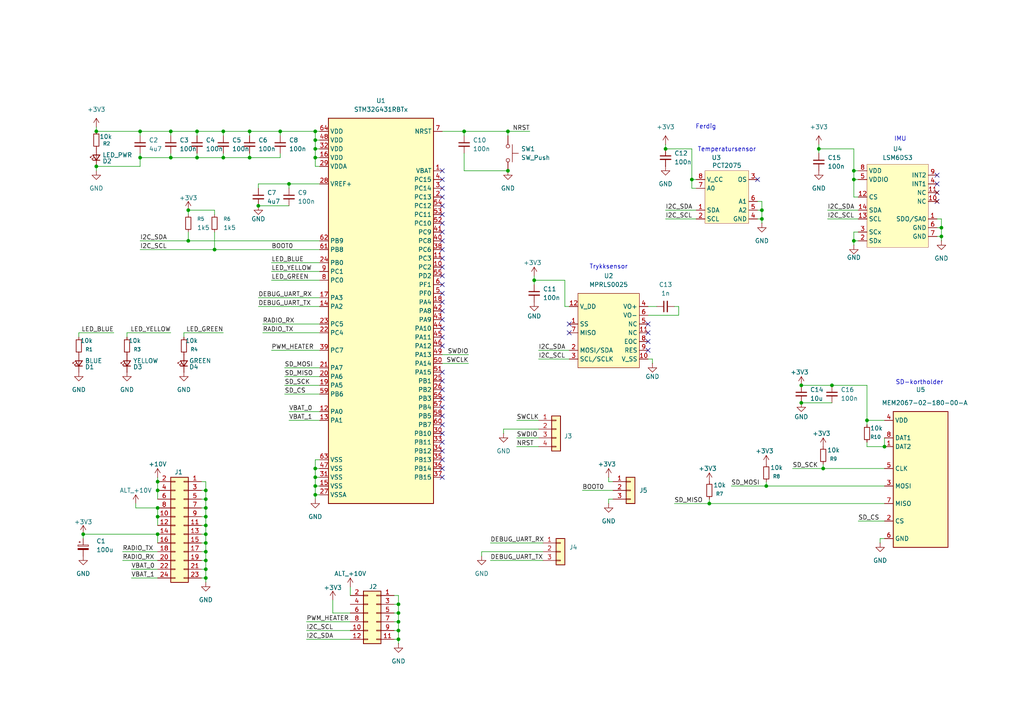
<source format=kicad_sch>
(kicad_sch (version 20250114) (generator "eeschema") (generator_version "9.0")
  (paper "A4")
  (title_block (title "so_26_obc_pcb") (date "2026-01-28") (rev "1") (company "Regine Angermo Birkely"))
  (lib_symbols
    (symbol "Connector_Generic:Conn_01x03" (pin_names (offset 1.016) (hide yes))
      (property "Reference" "J" (at 0 5.08 0))
      (property "Value" "Conn_01x03" (at 0 -5.08 0))
      (symbol "Conn_01x03_1_1"
        (pin passive line (at -5.08 2.54 0) (length 3.81) (name "Pin_1") (number "1"))
        (pin passive line (at -5.08 0 0) (length 3.81) (name "Pin_2") (number "2"))
        (pin passive line (at -5.08 -2.54 0) (length 3.81) (name "Pin_3") (number "3"))
      )
    )
    (symbol "Connector_Generic:Conn_01x04" (pin_names (offset 1.016) (hide yes))
      (property "Reference" "J" (at 0 5.08 0))
      (property "Value" "Conn_01x04" (at 0 -7.62 0))
      (symbol "Conn_01x04_1_1"
        (pin passive line (at -5.08 2.54 0) (length 3.81) (name "Pin_1") (number "1"))
        (pin passive line (at -5.08 0 0) (length 3.81) (name "Pin_2") (number "2"))
        (pin passive line (at -5.08 -2.54 0) (length 3.81) (name "Pin_3") (number "3"))
        (pin passive line (at -5.08 -5.08 0) (length 3.81) (name "Pin_4") (number "4"))
      )
    )
    (symbol "Connector_Generic:Conn_02x06_Odd_Even" (pin_names (offset 1.016) (hide yes))
      (property "Reference" "J" (at 1.27 7.62 0))
      (property "Value" "Conn_02x06_Odd_Even" (at 1.27 -10.16 0))
      (symbol "Conn_02x06_Odd_Even_1_1"
        (pin passive line (at -5.08 5.08 0) (length 3.81) (name "Pin_1") (number "1"))
        (pin passive line (at -5.08 2.54 0) (length 3.81) (name "Pin_3") (number "3"))
        (pin passive line (at -5.08 0 0) (length 3.81) (name "Pin_5") (number "5"))
        (pin passive line (at -5.08 -2.54 0) (length 3.81) (name "Pin_7") (number "7"))
        (pin passive line (at -5.08 -5.08 0) (length 3.81) (name "Pin_9") (number "9"))
        (pin passive line (at -5.08 -7.62 0) (length 3.81) (name "Pin_11") (number "11"))
        (pin passive line (at 7.62 5.08 180) (length 3.81) (name "Pin_2") (number "2"))
        (pin passive line (at 7.62 2.54 180) (length 3.81) (name "Pin_4") (number "4"))
        (pin passive line (at 7.62 0 180) (length 3.81) (name "Pin_6") (number "6"))
        (pin passive line (at 7.62 -2.54 180) (length 3.81) (name "Pin_8") (number "8"))
        (pin passive line (at 7.62 -5.08 180) (length 3.81) (name "Pin_10") (number "10"))
        (pin passive line (at 7.62 -7.62 180) (length 3.81) (name "Pin_12") (number "12"))
      )
    )
    (symbol "Connector_Generic:Conn_02x12_Odd_Even" (pin_names (offset 1.016) (hide yes))
      (property "Reference" "J" (at 1.27 15.24 0))
      (property "Value" "Conn_02x12_Odd_Even" (at 1.27 -17.78 0))
      (symbol "Conn_02x12_Odd_Even_1_1"
        (pin passive line (at -5.08 12.7 0) (length 3.81) (name "Pin_1") (number "1"))
        (pin passive line (at -5.08 10.16 0) (length 3.81) (name "Pin_3") (number "3"))
        (pin passive line (at -5.08 7.62 0) (length 3.81) (name "Pin_5") (number "5"))
        (pin passive line (at -5.08 5.08 0) (length 3.81) (name "Pin_7") (number "7"))
        (pin passive line (at -5.08 2.54 0) (length 3.81) (name "Pin_9") (number "9"))
        (pin passive line (at -5.08 0 0) (length 3.81) (name "Pin_11") (number "11"))
        (pin passive line (at -5.08 -2.54 0) (length 3.81) (name "Pin_13") (number "13"))
        (pin passive line (at -5.08 -5.08 0) (length 3.81) (name "Pin_15") (number "15"))
        (pin passive line (at -5.08 -7.62 0) (length 3.81) (name "Pin_17") (number "17"))
        (pin passive line (at -5.08 -10.16 0) (length 3.81) (name "Pin_19") (number "19"))
        (pin passive line (at -5.08 -12.7 0) (length 3.81) (name "Pin_21") (number "21"))
        (pin passive line (at -5.08 -15.24 0) (length 3.81) (name "Pin_23") (number "23"))
        (pin passive line (at 7.62 12.7 180) (length 3.81) (name "Pin_2") (number "2"))
        (pin passive line (at 7.62 10.16 180) (length 3.81) (name "Pin_4") (number "4"))
        (pin passive line (at 7.62 7.62 180) (length 3.81) (name "Pin_6") (number "6"))
        (pin passive line (at 7.62 5.08 180) (length 3.81) (name "Pin_8") (number "8"))
        (pin passive line (at 7.62 2.54 180) (length 3.81) (name "Pin_10") (number "10"))
        (pin passive line (at 7.62 0 180) (length 3.81) (name "Pin_12") (number "12"))
        (pin passive line (at 7.62 -2.54 180) (length 3.81) (name "Pin_14") (number "14"))
        (pin passive line (at 7.62 -5.08 180) (length 3.81) (name "Pin_16") (number "16"))
        (pin passive line (at 7.62 -7.62 180) (length 3.81) (name "Pin_18") (number "18"))
        (pin passive line (at 7.62 -10.16 180) (length 3.81) (name "Pin_20") (number "20"))
        (pin passive line (at 7.62 -12.7 180) (length 3.81) (name "Pin_22") (number "22"))
        (pin passive line (at 7.62 -15.24 180) (length 3.81) (name "Pin_24") (number "24"))
      )
    )
    (symbol "Device:C_Polarized_Small" (pin_numbers (hide yes)) (pin_names (offset 0.254) (hide yes))
      (property "Reference" "C" (at 0.254 1.778 0))
      (property "Value" "C_Polarized_Small" (at 0.254 -2.032 0))
      (symbol "C_Polarized_Small_1_1"
        (pin passive line (at 0 2.54 270) (length 1.8542) (name "~") (number "1"))
        (pin passive line (at 0 -2.54 90) (length 1.8542) (name "~") (number "2"))
      )
    )
    (symbol "Device:C_Small" (pin_numbers (hide yes)) (pin_names (offset 0.254) (hide yes))
      (property "Reference" "C" (at 0.254 1.778 0))
      (property "Value" "C_Small" (at 0.254 -2.032 0))
      (symbol "C_Small_1_1"
        (pin passive line (at 0 2.54 270) (length 2.032) (name "~") (number "1"))
        (pin passive line (at 0 -2.54 90) (length 2.032) (name "~") (number "2"))
      )
    )
    (symbol "Device:LED_Small" (pin_numbers (hide yes)) (pin_names (offset 0.254) (hide yes))
      (property "Reference" "D" (at -1.27 3.175 0))
      (property "Value" "LED_Small" (at -4.445 -2.54 0))
      (symbol "LED_Small_1_1"
        (pin passive line (at -2.54 0 0) (length 1.778) (name "K") (number "1"))
        (pin passive line (at 2.54 0 180) (length 1.778) (name "A") (number "2"))
      )
    )
    (symbol "Device:R_Small" (pin_numbers (hide yes)) (pin_names (offset 0.254) (hide yes))
      (property "Reference" "R" (at 0 0 90))
      (property "Value" "R_Small" (at 1.778 0 90))
      (symbol "R_Small_1_1"
        (pin passive line (at 0 2.54 270) (length 0.762) (name "~") (number "1"))
        (pin passive line (at 0 -2.54 90) (length 0.762) (name "~") (number "2"))
      )
    )
    (symbol "MCU_ST_STM32G4:STM32G431RBTx"
      (property "Reference" "U1" (at 0 50.8 0))
      (property "Value" "STM32G431RBTx" (at 0 48.26 0))
      (symbol "STM32G431RBTx_1_1"
        (pin power_in line (at -17.78 41.91 0) (length 2.54) (name "VDD") (number "64"))
        (pin power_in line (at -17.78 39.37 0) (length 2.54) (name "VDD") (number "48"))
        (pin power_in line (at -17.78 36.83 0) (length 2.54) (name "VDD") (number "32"))
        (pin power_in line (at -17.78 34.29 0) (length 2.54) (name "VDD") (number "16"))
        (pin power_in line (at -17.78 31.75 0) (length 2.54) (name "VDDA") (number "29"))
        (pin input line (at -17.78 26.67 0) (length 2.54) (name "VREF+") (number "28"))
        (pin bidirectional line (at -17.78 10.16 0) (length 2.54) (name "PB9") (number "62"))
        (pin bidirectional line (at -17.78 7.62 0) (length 2.54) (name "PB8") (number "61"))
        (pin bidirectional line (at -17.78 3.81 0) (length 2.54) (name "PB0") (number "24"))
        (pin bidirectional line (at -17.78 1.27 0) (length 2.54) (name "PC1") (number "9"))
        (pin bidirectional line (at -17.78 -1.27 0) (length 2.54) (name "PC0") (number "8"))
        (pin bidirectional line (at -17.78 -6.35 0) (length 2.54) (name "PA3") (number "17"))
        (pin bidirectional line (at -17.78 -8.89 0) (length 2.54) (name "PA2") (number "14"))
        (pin bidirectional line (at -17.78 -13.97 0) (length 2.54) (name "PC5") (number "23"))
        (pin bidirectional line (at -17.78 -16.51 0) (length 2.54) (name "PC4") (number "22"))
        (pin bidirectional line (at -17.78 -21.59 0) (length 2.54) (name "PC7") (number "39"))
        (pin bidirectional line (at -17.78 -26.67 0) (length 2.54) (name "PA7") (number "21"))
        (pin bidirectional line (at -17.78 -29.21 0) (length 2.54) (name "PA6") (number "20"))
        (pin bidirectional line (at -17.78 -31.75 0) (length 2.54) (name "PA5") (number "19"))
        (pin bidirectional line (at -17.78 -34.29 0) (length 2.54) (name "PB6") (number "59"))
        (pin bidirectional line (at -17.78 -39.37 0) (length 2.54) (name "PA0") (number "12"))
        (pin bidirectional line (at -17.78 -41.91 0) (length 2.54) (name "PA1") (number "13"))
        (pin passive line (at -17.78 -53.34 0) (length 2.54) (name "VSS") (number "63"))
        (pin passive line (at -17.78 -55.88 0) (length 2.54) (name "VSS") (number "47"))
        (pin passive line (at -17.78 -58.42 0) (length 2.54) (name "VSS") (number "31"))
        (pin power_in line (at -17.78 -60.96 0) (length 2.54) (name "VSS") (number "15"))
        (pin power_in line (at -17.78 -63.5 0) (length 2.54) (name "VSSA") (number "27"))
        (pin bidirectional line (at 17.78 41.91 180) (length 2.54) (name "NRST") (number "7"))
        (pin power_in line (at 17.78 30.48 180) (length 2.54) (name "VBAT") (number "1"))
        (pin bidirectional line (at 17.78 27.94 180) (length 2.54) (name "PC15") (number "4"))
        (pin bidirectional line (at 17.78 25.4 180) (length 2.54) (name "PC14") (number "3"))
        (pin bidirectional line (at 17.78 22.86 180) (length 2.54) (name "PC13") (number "2"))
        (pin bidirectional line (at 17.78 20.32 180) (length 2.54) (name "PC12") (number "54"))
        (pin bidirectional line (at 17.78 17.78 180) (length 2.54) (name "PC11") (number "53"))
        (pin bidirectional line (at 17.78 15.24 180) (length 2.54) (name "PC10") (number "52"))
        (pin bidirectional line (at 17.78 12.7 180) (length 2.54) (name "PC9") (number "41"))
        (pin bidirectional line (at 17.78 10.16 180) (length 2.54) (name "PC8") (number "40"))
        (pin bidirectional line (at 17.78 7.62 180) (length 2.54) (name "PC6") (number "38"))
        (pin bidirectional line (at 17.78 5.08 180) (length 2.54) (name "PC3") (number "11"))
        (pin bidirectional line (at 17.78 2.54 180) (length 2.54) (name "PC2") (number "10"))
        (pin bidirectional line (at 17.78 0 180) (length 2.54) (name "PD2") (number "55"))
        (pin bidirectional line (at 17.78 -2.54 180) (length 2.54) (name "PF1") (number "6"))
        (pin bidirectional line (at 17.78 -5.08 180) (length 2.54) (name "PF0") (number "5"))
        (pin bidirectional line (at 17.78 -7.62 180) (length 2.54) (name "PA4") (number "18"))
        (pin bidirectional line (at 17.78 -10.16 180) (length 2.54) (name "PA8") (number "42"))
        (pin bidirectional line (at 17.78 -12.7 180) (length 2.54) (name "PA9") (number "43"))
        (pin bidirectional line (at 17.78 -15.24 180) (length 2.54) (name "PA10") (number "44"))
        (pin bidirectional line (at 17.78 -17.78 180) (length 2.54) (name "PA11") (number "45"))
        (pin bidirectional line (at 17.78 -20.32 180) (length 2.54) (name "PA12") (number "46"))
        (pin bidirectional line (at 17.78 -22.86 180) (length 2.54) (name "PA13") (number "49"))
        (pin bidirectional line (at 17.78 -25.4 180) (length 2.54) (name "PA14") (number "50"))
        (pin bidirectional line (at 17.78 -27.94 180) (length 2.54) (name "PA15") (number "51"))
        (pin bidirectional line (at 17.78 -30.48 180) (length 2.54) (name "PB1") (number "25"))
        (pin bidirectional line (at 17.78 -33.02 180) (length 2.54) (name "PB2") (number "26"))
        (pin bidirectional line (at 17.78 -35.56 180) (length 2.54) (name "PB3") (number "56"))
        (pin bidirectional line (at 17.78 -38.1 180) (length 2.54) (name "PB4") (number "57"))
        (pin bidirectional line (at 17.78 -40.64 180) (length 2.54) (name "PB5") (number "58"))
        (pin bidirectional line (at 17.78 -43.18 180) (length 2.54) (name "PB7") (number "60"))
        (pin bidirectional line (at 17.78 -45.72 180) (length 2.54) (name "PB10") (number "30"))
        (pin bidirectional line (at 17.78 -48.26 180) (length 2.54) (name "PB11") (number "33"))
        (pin bidirectional line (at 17.78 -50.8 180) (length 2.54) (name "PB12") (number "34"))
        (pin bidirectional line (at 17.78 -53.34 180) (length 2.54) (name "PB13") (number "35"))
        (pin bidirectional line (at 17.78 -55.88 180) (length 2.54) (name "PB14") (number "36"))
        (pin bidirectional line (at 17.78 -58.42 180) (length 2.54) (name "PB15") (number "37"))
      )
    )
    (symbol "Switch:SW_Push" (pin_numbers (hide yes)) (pin_names (offset 1.016) (hide yes))
      (property "Reference" "SW" (at 1.27 2.54 0))
      (property "Value" "SW_Push" (at 0 -1.524 0))
      (symbol "SW_Push_0_1"
        (pin passive line (at -5.08 0 0) (length 2.54) (name "1") (number "1"))
        (pin passive line (at 5.08 0 180) (length 2.54) (name "2") (number "2"))
      )
    )
    (symbol "Temp_symbol_library:PCT2075"
      (property "Reference" "U2" (at -5.588 18.288 0))
      (property "Value" "PCT2075" (at -2.54 16.51 0))
      (symbol "PCT2075_1_1"
        (pin power_in line (at -11.43 11.43 0) (length 2.54) (name "V_CC") (number "8"))
        (pin input line (at -11.43 8.89 0) (length 2.54) (name "A0") (number "7"))
        (pin input line (at -11.43 2.54 0) (length 2.54) (name "SDA") (number "1"))
        (pin input line (at -11.43 0 0) (length 2.54) (name "SCL") (number "2"))
        (pin input line (at 6.35 11.43 180) (length 2.54) (name "OS") (number "3"))
        (pin input line (at 6.35 5.08 180) (length 2.54) (name "A1") (number "6"))
        (pin input line (at 6.35 2.54 180) (length 2.54) (name "A2") (number "5"))
        (pin input line (at 6.35 0 180) (length 2.54) (name "GND") (number "4"))
      )
    )
    (symbol "power:+10V" (power) (pin_numbers (hide yes)) (pin_names (offset 0) (hide yes))
      (property "Value" "+10V" (at 0 3.556 0))
      (symbol "+10V_1_1"
        (pin power_in line (at 0 0 90) (length 0) (name "~") (number "1"))
      )
    )
    (symbol "power:+3V3" (power) (pin_numbers (hide yes)) (pin_names (offset 0) (hide yes))
      (property "Value" "+3V3" (at 0 3.556 0))
      (symbol "+3V3_1_1"
        (pin power_in line (at 0 0 90) (length 0) (name "~") (number "1"))
      )
    )
    (symbol "power:GND" (power) (pin_numbers (hide yes)) (pin_names (offset 0) (hide yes))
      (property "Value" "GND" (at 0 -3.81 0))
      (symbol "GND_1_1"
        (pin power_in line (at 0 0 270) (length 0) (name "~") (number "1"))
      )
    )
    (symbol "so_26_obc_library: MPRLS0025PA00002A "
      (property "Reference" "U3" (at 10.16 27.94 0))
      (property "Value" "MPRLS0025" (at 10.16 25.4 0))
      (symbol " MPRLS0025PA00002A _1_0"
        (pin power_in line (at -1.27 19.05 0) (length 2.54) (name "V_DD") (number "12"))
        (pin input line (at -1.27 11.43 0) (length 2.54) (name "MISO") (number "7"))
        (pin input line (at -1.27 6.35 0) (length 2.54) (name "MOSI/SDA") (number "2"))
        (pin input line (at -1.27 3.81 0) (length 2.54) (name "SCL/SCLK") (number "3"))
        (pin output line (at 21.59 19.05 180) (length 2.54) (name "VO+") (number "4"))
        (pin output line (at 21.59 16.51 180) (length 2.54) (name "VO-") (number "6"))
        (pin output line (at 21.59 13.97 180) (length 2.54) (name "NC") (number "5"))
        (pin output line (at 21.59 11.43 180) (length 2.54) (name "NC") (number "11"))
        (pin input line (at 21.59 8.89 180) (length 2.54) (name "EOC") (number "8"))
        (pin output line (at 21.59 6.35 180) (length 2.54) (name "RES") (number "9"))
        (pin output line (at 21.59 3.81 180) (length 2.54) (name "V_SS") (number "10"))
      )
      (symbol " MPRLS0025PA00002A _1_1"
        (pin input line (at -1.27 13.97 0) (length 2.54) (name "SS") (number "1"))
      )
    )
    (symbol "so_26_obc_library:LSM6DS3TR"
      (property "Reference" "U4" (at -3.81 -7.62 0))
      (property "Value" "LSM6DS3" (at -3.81 -10.16 0))
      (symbol "LSM6DS3TR_0_0"
        (pin power_in line (at -15.24 -13.97 0) (length 2.54) (name "VDD") (number "8"))
        (pin power_in line (at -15.24 -16.51 0) (length 2.54) (name "VDDIO") (number "5"))
        (pin input line (at -15.24 -21.59 0) (length 2.54) (name "CS") (number "12"))
        (pin bidirectional line (at -15.24 -25.4 0) (length 2.54) (name "SDA") (number "14"))
        (pin input line (at -15.24 -27.94 0) (length 2.54) (name "SCL") (number "13"))
        (pin input line (at -15.24 -31.75 0) (length 2.54) (name "SCx") (number "3"))
        (pin input line (at -15.24 -34.29 0) (length 2.54) (name "SDx") (number "2"))
        (pin output line (at 7.62 -15.24 180) (length 2.54) (name "INT2") (number "9"))
        (pin output line (at 7.62 -17.78 180) (length 2.54) (name "INT1") (number "4"))
        (pin no_connect line (at 7.62 -20.32 180) (length 2.54) (name "NC") (number "11"))
        (pin no_connect line (at 7.62 -22.86 180) (length 2.54) (name "NC") (number "10"))
        (pin bidirectional line (at 7.62 -27.94 180) (length 2.54) (name "SDO/SA0") (number "1"))
        (pin power_in line (at 7.62 -30.48 180) (length 2.54) (name "GND") (number "6"))
        (pin power_in line (at 7.62 -33.02 180) (length 2.54) (name "GND") (number "7"))
      )
    )
    (symbol "so_26_obc_library:MEM2067-02-180-00-A"
      (property "Reference" "U5" (at -22.5425 33.02 0))
      (property "Value" "MEM2067-02-180-00-A" (at -21.336 29.21 0))
      (symbol "MEM2067-02-180-00-A_1_0"
        (pin input line (at -33.02 24.13 0) (length 2.54) (name "VDD") (number "4"))
        (pin input line (at -33.02 19.05 0) (length 2.54) (name "DAT1") (number "8"))
        (pin input line (at -33.02 10.16 0) (length 2.54) (name "CLK") (number "5"))
        (pin input line (at -33.02 5.08 0) (length 2.54) (name "MOSI") (number "3"))
        (pin input line (at -33.02 0 0) (length 2.54) (name "MISO") (number "7"))
        (pin input line (at -33.02 -5.08 0) (length 2.54) (name "CS") (number "2"))
        (pin input line (at -33.02 -10.16 0) (length 2.54) (name "GND") (number "6"))
      )
      (symbol "MEM2067-02-180-00-A_1_1"
        (pin input line (at -33.02 16.51 0) (length 2.54) (name "DAT2") (number "1"))
      )
    )
  )
  (text "Trykksensor" (at 176.53 77.47 0) (effects (font (size 1.27 1.27))))
  (text "Ferdig" (at 204.724 36.83 0) (effects (font (size 1.27 1.27))))
  (text "Temperatursensor" (at 210.82 43.434 0) (effects (font (size 1.27 1.27))))
  (text "IMU" (at 261.112 40.386 0) (effects (font (size 1.27 1.27))))
  (text "SD-kortholder" (at 266.7 110.998 0) (effects (font (size 1.27 1.27))))
  (junction (at 62.23 72.39))
  (junction (at 45.72 142.24))
  (junction (at 147.32 49.53))
  (junction (at 115.57 180.34))
  (junction (at 72.39 45.72))
  (junction (at 237.49 43.18))
  (junction (at 45.72 149.86))
  (junction (at 57.15 38.1))
  (junction (at 54.61 69.85))
  (junction (at 59.69 154.94))
  (junction (at 59.69 162.56))
  (junction (at 220.98 60.96))
  (junction (at 40.64 45.72))
  (junction (at 40.64 38.1))
  (junction (at 256.54 129.54))
  (junction (at 200.66 52.07))
  (junction (at 64.77 38.1))
  (junction (at 81.28 38.1))
  (junction (at 91.44 45.72))
  (junction (at 54.61 60.96))
  (junction (at 59.69 165.1))
  (junction (at 59.69 142.24))
  (junction (at 273.05 66.04))
  (junction (at 72.39 38.1))
  (junction (at 193.04 43.18))
  (junction (at 91.44 135.89))
  (junction (at 45.72 147.32))
  (junction (at 91.44 38.1))
  (junction (at 45.72 154.94))
  (junction (at 251.46 121.92))
  (junction (at 49.53 38.1))
  (junction (at 59.69 149.86))
  (junction (at 147.32 38.1))
  (junction (at 154.94 81.28))
  (junction (at 205.74 146.05))
  (junction (at 45.72 139.7))
  (junction (at 115.57 182.88))
  (junction (at 115.57 177.8))
  (junction (at 59.69 152.4))
  (junction (at 59.69 167.64))
  (junction (at 74.93 59.69))
  (junction (at 59.69 160.02))
  (junction (at 247.65 69.85))
  (junction (at 222.25 140.97))
  (junction (at 59.69 144.78))
  (junction (at 115.57 185.42))
  (junction (at 238.76 135.89))
  (junction (at 273.05 68.58))
  (junction (at 91.44 140.97))
  (junction (at 59.69 147.32))
  (junction (at 59.69 157.48))
  (junction (at 232.41 116.84))
  (junction (at 24.13 154.94))
  (junction (at 91.44 43.18))
  (junction (at 134.62 38.1))
  (junction (at 57.15 45.72))
  (junction (at 83.82 53.34))
  (junction (at 220.98 63.5))
  (junction (at 27.94 38.1))
  (junction (at 115.57 175.26))
  (junction (at 247.65 52.07))
  (junction (at 64.77 45.72))
  (junction (at 232.41 111.76))
  (junction (at 27.94 48.26))
  (junction (at 91.44 143.51))
  (junction (at 49.53 45.72))
  (junction (at 241.3 111.76))
  (junction (at 247.65 49.53))
  (junction (at 91.44 40.64))
  (junction (at 91.44 138.43))
  (no_connect (at 128.27 87.63))
  (no_connect (at 128.27 72.39))
  (no_connect (at 187.96 96.52))
  (no_connect (at 128.27 59.69))
  (no_connect (at 187.96 99.06))
  (no_connect (at 165.1 93.98))
  (no_connect (at 128.27 123.19))
  (no_connect (at 128.27 120.65))
  (no_connect (at 271.78 53.34))
  (no_connect (at 128.27 125.73))
  (no_connect (at 271.78 55.88))
  (no_connect (at 128.27 82.55))
  (no_connect (at 128.27 107.95))
  (no_connect (at 187.96 101.6))
  (no_connect (at 128.27 138.43))
  (no_connect (at 128.27 52.07))
  (no_connect (at 128.27 118.11))
  (no_connect (at 128.27 69.85))
  (no_connect (at 128.27 110.49))
  (no_connect (at 128.27 74.93))
  (no_connect (at 128.27 77.47))
  (no_connect (at 128.27 62.23))
  (no_connect (at 187.96 93.98))
  (no_connect (at 128.27 49.53))
  (no_connect (at 128.27 115.57))
  (no_connect (at 128.27 113.03))
  (no_connect (at 128.27 95.25))
  (no_connect (at 128.27 67.31))
  (no_connect (at 128.27 80.01))
  (no_connect (at 128.27 130.81))
  (no_connect (at 128.27 92.71))
  (no_connect (at 271.78 58.42))
  (no_connect (at 219.71 52.07))
  (no_connect (at 271.78 50.8))
  (no_connect (at 128.27 57.15))
  (no_connect (at 165.1 96.52))
  (no_connect (at 128.27 85.09))
  (no_connect (at 128.27 64.77))
  (no_connect (at 128.27 90.17))
  (no_connect (at 128.27 135.89))
  (no_connect (at 128.27 133.35))
  (no_connect (at 128.27 97.79))
  (no_connect (at 128.27 100.33))
  (no_connect (at 128.27 128.27))
  (no_connect (at 128.27 54.61))
  (wire (pts (xy 96.52 177.8) (xy 101.6 177.8)))
  (wire (pts (xy 189.23 104.14) (xy 189.23 105.41)))
  (wire (pts (xy 147.32 39.37) (xy 147.32 38.1)))
  (wire (pts (xy 149.86 121.92) (xy 156.21 121.92)))
  (wire (pts (xy 205.74 146.05) (xy 256.54 146.05)))
  (wire (pts (xy 62.23 67.31) (xy 62.23 72.39)))
  (wire (pts (xy 201.93 54.61) (xy 200.66 54.61)))
  (wire (pts (xy 57.15 45.72) (xy 57.15 44.45)))
  (wire (pts (xy 78.74 81.28) (xy 92.71 81.28)))
  (wire (pts (xy 115.57 175.26) (xy 115.57 177.8)))
  (wire (pts (xy 128.27 38.1) (xy 134.62 38.1)))
  (wire (pts (xy 58.42 167.64) (xy 59.69 167.64)))
  (wire (pts (xy 76.2 96.52) (xy 92.71 96.52)))
  (wire (pts (xy 149.86 129.54) (xy 156.21 129.54)))
  (wire (pts (xy 114.3 185.42) (xy 115.57 185.42)))
  (wire (pts (xy 196.85 88.9) (xy 195.58 88.9)))
  (wire (pts (xy 200.66 52.07) (xy 200.66 54.61)))
  (wire (pts (xy 187.96 104.14) (xy 189.23 104.14)))
  (wire (pts (xy 271.78 66.04) (xy 273.05 66.04)))
  (wire (pts (xy 115.57 177.8) (xy 115.57 180.34)))
  (wire (pts (xy 193.04 43.18) (xy 200.66 43.18)))
  (wire (pts (xy 58.42 154.94) (xy 59.69 154.94)))
  (wire (pts (xy 40.64 69.85) (xy 54.61 69.85)))
  (wire (pts (xy 54.61 69.85) (xy 92.71 69.85)))
  (wire (pts (xy 91.44 45.72) (xy 92.71 45.72)))
  (wire (pts (xy 74.93 59.69) (xy 83.82 59.69)))
  (wire (pts (xy 58.42 160.02) (xy 59.69 160.02)))
  (wire (pts (xy 176.53 146.05) (xy 176.53 144.78)))
  (wire (pts (xy 59.69 139.7) (xy 59.69 142.24)))
  (wire (pts (xy 187.96 88.9) (xy 190.5 88.9)))
  (wire (pts (xy 58.42 139.7) (xy 59.69 139.7)))
  (wire (pts (xy 39.37 146.05) (xy 39.37 147.32)))
  (wire (pts (xy 229.87 135.89) (xy 238.76 135.89)))
  (wire (pts (xy 248.92 151.13) (xy 256.54 151.13)))
  (wire (pts (xy 142.24 157.48) (xy 157.48 157.48)))
  (wire (pts (xy 241.3 111.76) (xy 251.46 111.76)))
  (wire (pts (xy 193.04 41.91) (xy 193.04 43.18)))
  (wire (pts (xy 38.1 167.64) (xy 45.72 167.64)))
  (wire (pts (xy 146.05 124.46) (xy 156.21 124.46)))
  (wire (pts (xy 81.28 45.72) (xy 72.39 45.72)))
  (wire (pts (xy 39.37 147.32) (xy 45.72 147.32)))
  (wire (pts (xy 83.82 54.61) (xy 83.82 53.34)))
  (wire (pts (xy 45.72 139.7) (xy 45.72 142.24)))
  (wire (pts (xy 62.23 72.39) (xy 92.71 72.39)))
  (wire (pts (xy 24.13 154.94) (xy 45.72 154.94)))
  (wire (pts (xy 91.44 133.35) (xy 91.44 135.89)))
  (wire (pts (xy 251.46 123.19) (xy 251.46 121.92)))
  (wire (pts (xy 153.67 38.1) (xy 147.32 38.1)))
  (wire (pts (xy 35.56 160.02) (xy 45.72 160.02)))
  (wire (pts (xy 134.62 39.37) (xy 134.62 38.1)))
  (wire (pts (xy 91.44 143.51) (xy 92.71 143.51)))
  (wire (pts (xy 45.72 138.43) (xy 45.72 139.7)))
  (wire (pts (xy 53.34 96.52) (xy 53.34 97.79)))
  (wire (pts (xy 251.46 129.54) (xy 251.46 128.27)))
  (wire (pts (xy 251.46 129.54) (xy 256.54 129.54)))
  (wire (pts (xy 247.65 49.53) (xy 248.92 49.53)))
  (wire (pts (xy 114.3 177.8) (xy 115.57 177.8)))
  (wire (pts (xy 91.44 45.72) (xy 91.44 48.26)))
  (wire (pts (xy 114.3 172.72) (xy 115.57 172.72)))
  (wire (pts (xy 49.53 45.72) (xy 49.53 44.45)))
  (wire (pts (xy 49.53 45.72) (xy 57.15 45.72)))
  (wire (pts (xy 196.85 91.44) (xy 196.85 88.9)))
  (wire (pts (xy 58.42 152.4) (xy 59.69 152.4)))
  (wire (pts (xy 58.42 162.56) (xy 59.69 162.56)))
  (wire (pts (xy 232.41 111.76) (xy 241.3 111.76)))
  (wire (pts (xy 114.3 182.88) (xy 115.57 182.88)))
  (wire (pts (xy 256.54 127) (xy 256.54 129.54)))
  (wire (pts (xy 45.72 147.32) (xy 45.72 149.86)))
  (wire (pts (xy 64.77 38.1) (xy 72.39 38.1)))
  (wire (pts (xy 88.9 180.34) (xy 101.6 180.34)))
  (wire (pts (xy 139.7 161.29) (xy 139.7 160.02)))
  (wire (pts (xy 142.24 162.56) (xy 157.48 162.56)))
  (wire (pts (xy 156.21 101.6) (xy 165.1 101.6)))
  (wire (pts (xy 222.25 140.97) (xy 256.54 140.97)))
  (wire (pts (xy 101.6 170.18) (xy 101.6 172.72)))
  (wire (pts (xy 59.69 147.32) (xy 59.69 149.86)))
  (wire (pts (xy 74.93 88.9) (xy 92.71 88.9)))
  (wire (pts (xy 91.44 138.43) (xy 91.44 140.97)))
  (wire (pts (xy 64.77 96.52) (xy 53.34 96.52)))
  (wire (pts (xy 82.55 111.76) (xy 92.71 111.76)))
  (wire (pts (xy 78.74 101.6) (xy 92.71 101.6)))
  (wire (pts (xy 59.69 142.24) (xy 59.69 144.78)))
  (wire (pts (xy 156.21 104.14) (xy 165.1 104.14)))
  (wire (pts (xy 49.53 39.37) (xy 49.53 38.1)))
  (wire (pts (xy 58.42 147.32) (xy 59.69 147.32)))
  (wire (pts (xy 58.42 165.1) (xy 59.69 165.1)))
  (wire (pts (xy 222.25 139.7) (xy 222.25 140.97)))
  (wire (pts (xy 81.28 38.1) (xy 91.44 38.1)))
  (wire (pts (xy 59.69 167.64) (xy 59.69 168.91)))
  (wire (pts (xy 91.44 144.78) (xy 91.44 143.51)))
  (wire (pts (xy 115.57 182.88) (xy 115.57 185.42)))
  (wire (pts (xy 195.58 146.05) (xy 205.74 146.05)))
  (wire (pts (xy 36.83 96.52) (xy 36.83 97.79)))
  (wire (pts (xy 49.53 96.52) (xy 36.83 96.52)))
  (wire (pts (xy 40.64 72.39) (xy 62.23 72.39)))
  (wire (pts (xy 78.74 78.74) (xy 92.71 78.74)))
  (wire (pts (xy 176.53 139.7) (xy 176.53 138.43)))
  (wire (pts (xy 49.53 38.1) (xy 57.15 38.1)))
  (wire (pts (xy 91.44 135.89) (xy 91.44 138.43)))
  (wire (pts (xy 74.93 86.36) (xy 92.71 86.36)))
  (wire (pts (xy 163.83 81.28) (xy 163.83 88.9)))
  (wire (pts (xy 134.62 49.53) (xy 147.32 49.53)))
  (wire (pts (xy 271.78 63.5) (xy 273.05 63.5)))
  (wire (pts (xy 247.65 71.12) (xy 247.65 69.85)))
  (wire (pts (xy 91.44 138.43) (xy 92.71 138.43)))
  (wire (pts (xy 168.91 142.24) (xy 177.8 142.24)))
  (wire (pts (xy 163.83 88.9) (xy 165.1 88.9)))
  (wire (pts (xy 57.15 45.72) (xy 64.77 45.72)))
  (wire (pts (xy 40.64 38.1) (xy 49.53 38.1)))
  (wire (pts (xy 240.03 63.5) (xy 248.92 63.5)))
  (wire (pts (xy 88.9 185.42) (xy 101.6 185.42)))
  (wire (pts (xy 176.53 139.7) (xy 177.8 139.7)))
  (wire (pts (xy 219.71 60.96) (xy 220.98 60.96)))
  (wire (pts (xy 72.39 38.1) (xy 81.28 38.1)))
  (wire (pts (xy 220.98 60.96) (xy 220.98 63.5)))
  (wire (pts (xy 134.62 38.1) (xy 147.32 38.1)))
  (wire (pts (xy 115.57 180.34) (xy 115.57 182.88)))
  (wire (pts (xy 248.92 67.31) (xy 247.65 67.31)))
  (wire (pts (xy 201.93 52.07) (xy 200.66 52.07)))
  (wire (pts (xy 33.02 96.52) (xy 22.86 96.52)))
  (wire (pts (xy 114.3 175.26) (xy 115.57 175.26)))
  (wire (pts (xy 72.39 39.37) (xy 72.39 38.1)))
  (wire (pts (xy 81.28 39.37) (xy 81.28 38.1)))
  (wire (pts (xy 59.69 149.86) (xy 59.69 152.4)))
  (wire (pts (xy 74.93 53.34) (xy 83.82 53.34)))
  (wire (pts (xy 251.46 121.92) (xy 256.54 121.92)))
  (wire (pts (xy 154.94 81.28) (xy 163.83 81.28)))
  (wire (pts (xy 255.27 157.48) (xy 255.27 156.21)))
  (wire (pts (xy 59.69 160.02) (xy 59.69 162.56)))
  (wire (pts (xy 64.77 39.37) (xy 64.77 38.1)))
  (wire (pts (xy 251.46 111.76) (xy 251.46 121.92)))
  (wire (pts (xy 88.9 182.88) (xy 101.6 182.88)))
  (wire (pts (xy 273.05 66.04) (xy 273.05 68.58)))
  (wire (pts (xy 232.41 116.84) (xy 241.3 116.84)))
  (wire (pts (xy 54.61 60.96) (xy 62.23 60.96)))
  (wire (pts (xy 212.09 140.97) (xy 222.25 140.97)))
  (wire (pts (xy 58.42 144.78) (xy 59.69 144.78)))
  (wire (pts (xy 219.71 63.5) (xy 220.98 63.5)))
  (wire (pts (xy 27.94 48.26) (xy 27.94 49.53)))
  (wire (pts (xy 139.7 160.02) (xy 157.48 160.02)))
  (wire (pts (xy 91.44 48.26) (xy 92.71 48.26)))
  (wire (pts (xy 57.15 38.1) (xy 64.77 38.1)))
  (wire (pts (xy 91.44 38.1) (xy 92.71 38.1)))
  (wire (pts (xy 40.64 45.72) (xy 40.64 48.26)))
  (wire (pts (xy 96.52 173.99) (xy 96.52 177.8)))
  (wire (pts (xy 255.27 156.21) (xy 256.54 156.21)))
  (wire (pts (xy 247.65 49.53) (xy 247.65 43.18)))
  (wire (pts (xy 40.64 39.37) (xy 40.64 38.1)))
  (wire (pts (xy 271.78 68.58) (xy 273.05 68.58)))
  (wire (pts (xy 76.2 93.98) (xy 92.71 93.98)))
  (wire (pts (xy 27.94 36.83) (xy 27.94 38.1)))
  (wire (pts (xy 24.13 156.21) (xy 24.13 154.94)))
  (wire (pts (xy 128.27 102.87) (xy 135.89 102.87)))
  (wire (pts (xy 128.27 105.41) (xy 135.89 105.41)))
  (wire (pts (xy 247.65 69.85) (xy 248.92 69.85)))
  (wire (pts (xy 273.05 68.58) (xy 273.05 69.85)))
  (wire (pts (xy 220.98 58.42) (xy 220.98 60.96)))
  (wire (pts (xy 134.62 44.45) (xy 134.62 49.53)))
  (wire (pts (xy 200.66 43.18) (xy 200.66 52.07)))
  (wire (pts (xy 78.74 76.2) (xy 92.71 76.2)))
  (wire (pts (xy 35.56 162.56) (xy 45.72 162.56)))
  (wire (pts (xy 27.94 38.1) (xy 40.64 38.1)))
  (wire (pts (xy 237.49 43.18) (xy 247.65 43.18)))
  (wire (pts (xy 81.28 44.45) (xy 81.28 45.72)))
  (wire (pts (xy 237.49 44.45) (xy 237.49 43.18)))
  (wire (pts (xy 59.69 165.1) (xy 59.69 167.64)))
  (wire (pts (xy 83.82 53.34) (xy 92.71 53.34)))
  (wire (pts (xy 59.69 157.48) (xy 59.69 160.02)))
  (wire (pts (xy 91.44 43.18) (xy 91.44 45.72)))
  (wire (pts (xy 247.65 57.15) (xy 247.65 52.07)))
  (wire (pts (xy 91.44 40.64) (xy 92.71 40.64)))
  (wire (pts (xy 40.64 45.72) (xy 49.53 45.72)))
  (wire (pts (xy 154.94 82.55) (xy 154.94 81.28)))
  (wire (pts (xy 237.49 43.18) (xy 237.49 41.91)))
  (wire (pts (xy 219.71 58.42) (xy 220.98 58.42)))
  (wire (pts (xy 92.71 133.35) (xy 91.44 133.35)))
  (wire (pts (xy 146.05 125.73) (xy 146.05 124.46)))
  (wire (pts (xy 114.3 180.34) (xy 115.57 180.34)))
  (wire (pts (xy 193.04 63.5) (xy 201.93 63.5)))
  (wire (pts (xy 187.96 91.44) (xy 196.85 91.44)))
  (wire (pts (xy 91.44 140.97) (xy 92.71 140.97)))
  (wire (pts (xy 91.44 40.64) (xy 91.44 43.18)))
  (wire (pts (xy 74.93 53.34) (xy 74.93 54.61)))
  (wire (pts (xy 59.69 162.56) (xy 59.69 165.1)))
  (wire (pts (xy 45.72 154.94) (xy 45.72 157.48)))
  (wire (pts (xy 115.57 172.72) (xy 115.57 175.26)))
  (wire (pts (xy 40.64 45.72) (xy 40.64 44.45)))
  (wire (pts (xy 83.82 121.92) (xy 92.71 121.92)))
  (wire (pts (xy 115.57 185.42) (xy 115.57 186.69)))
  (wire (pts (xy 58.42 142.24) (xy 59.69 142.24)))
  (wire (pts (xy 82.55 114.3) (xy 92.71 114.3)))
  (wire (pts (xy 193.04 60.96) (xy 201.93 60.96)))
  (wire (pts (xy 59.69 154.94) (xy 59.69 157.48)))
  (wire (pts (xy 54.61 67.31) (xy 54.61 69.85)))
  (wire (pts (xy 220.98 63.5) (xy 220.98 64.77)))
  (wire (pts (xy 27.94 48.26) (xy 40.64 48.26)))
  (wire (pts (xy 154.94 81.28) (xy 154.94 80.01)))
  (wire (pts (xy 248.92 52.07) (xy 247.65 52.07)))
  (wire (pts (xy 91.44 135.89) (xy 92.71 135.89)))
  (wire (pts (xy 72.39 45.72) (xy 72.39 44.45)))
  (wire (pts (xy 64.77 45.72) (xy 72.39 45.72)))
  (wire (pts (xy 82.55 109.22) (xy 92.71 109.22)))
  (wire (pts (xy 82.55 106.68) (xy 92.71 106.68)))
  (wire (pts (xy 91.44 38.1) (xy 91.44 40.64)))
  (wire (pts (xy 38.1 165.1) (xy 45.72 165.1)))
  (wire (pts (xy 273.05 63.5) (xy 273.05 66.04)))
  (wire (pts (xy 54.61 60.96) (xy 54.61 62.23)))
  (wire (pts (xy 22.86 96.52) (xy 22.86 97.79)))
  (wire (pts (xy 64.77 45.72) (xy 64.77 44.45)))
  (wire (pts (xy 91.44 43.18) (xy 92.71 43.18)))
  (wire (pts (xy 62.23 62.23) (xy 62.23 60.96)))
  (wire (pts (xy 45.72 142.24) (xy 45.72 144.78)))
  (wire (pts (xy 238.76 134.62) (xy 238.76 135.89)))
  (wire (pts (xy 59.69 144.78) (xy 59.69 147.32)))
  (wire (pts (xy 45.72 149.86) (xy 45.72 152.4)))
  (wire (pts (xy 83.82 119.38) (xy 92.71 119.38)))
  (wire (pts (xy 247.65 49.53) (xy 247.65 52.07)))
  (wire (pts (xy 238.76 135.89) (xy 256.54 135.89)))
  (wire (pts (xy 57.15 39.37) (xy 57.15 38.1)))
  (wire (pts (xy 58.42 157.48) (xy 59.69 157.48)))
  (wire (pts (xy 91.44 143.51) (xy 91.44 140.97)))
  (wire (pts (xy 205.74 144.78) (xy 205.74 146.05)))
  (wire (pts (xy 149.86 127) (xy 156.21 127)))
  (wire (pts (xy 59.69 152.4) (xy 59.69 154.94)))
  (wire (pts (xy 247.65 67.31) (xy 247.65 69.85)))
  (wire (pts (xy 248.92 57.15) (xy 247.65 57.15)))
  (wire (pts (xy 240.03 60.96) (xy 248.92 60.96)))
  (wire (pts (xy 176.53 144.78) (xy 177.8 144.78)))
  (wire (pts (xy 58.42 149.86) (xy 59.69 149.86)))
  (label "I2C_SCL" (at 193.04 63.5 0))
  (label "I2C_SCL" (at 40.64 72.39 0))
  (label "I2C_SCL" (at 240.03 63.5 0))
  (label "SD_SCK" (at 229.87 135.89 0))
  (label "NRST" (at 153.67 38.1 180))
  (label "RADIO_RX" (at 76.2 93.98 0))
  (label "I2C_SDA" (at 40.64 69.85 0))
  (label "DEBUG_UART_RX" (at 142.24 157.48 0))
  (label "SD_CS" (at 248.92 151.13 0))
  (label "SWDIO" (at 149.86 127 0))
  (label "I2C_SCL" (at 88.9 182.88 0))
  (label "LED_YELLOW" (at 78.74 78.74 0))
  (label "I2C_SDA" (at 88.9 185.42 0))
  (label "NRST" (at 149.86 129.54 0))
  (label "VBAT_1" (at 83.82 121.92 0))
  (label "LED_BLUE" (at 78.74 76.2 0))
  (label "PWM_HEATER" (at 88.9 180.34 0))
  (label "I2C_SCL" (at 156.21 104.14 0))
  (label "SD_MISO" (at 195.58 146.05 0))
  (label "SWCLK" (at 135.89 105.41 180))
  (label "SD_MISO" (at 82.55 109.22 0))
  (label "RADIO_TX" (at 35.56 160.02 0))
  (label "LED_BLUE" (at 33.02 96.52 180))
  (label "BOOT0" (at 78.74 72.39 0))
  (label "BOOT0" (at 168.91 142.24 0))
  (label "VBAT_0" (at 38.1 165.1 0))
  (label "I2C_SDA" (at 240.03 60.96 0))
  (label "I2C_SDA" (at 193.04 60.96 0))
  (label "VBAT_1" (at 38.1 167.64 0))
  (label "DEBUG_UART_RX" (at 74.93 86.36 0))
  (label "PWM_HEATER" (at 78.74 101.6 0))
  (label "SWDIO" (at 135.89 102.87 180))
  (label "I2C_SDA" (at 156.21 101.6 0))
  (label "DEBUG_UART_TX" (at 74.93 88.9 0))
  (label "SWCLK" (at 149.86 121.92 0))
  (label "LED_YELLOW" (at 49.53 96.52 180))
  (label "VBAT_0" (at 83.82 119.38 0))
  (label "SD_CS" (at 82.55 114.3 0))
  (label "LED_GREEN" (at 78.74 81.28 0))
  (label "LED_GREEN" (at 64.77 96.52 180))
  (label "RADIO_TX" (at 76.2 96.52 0))
  (label "DEBUG_UART_TX" (at 142.24 162.56 0))
  (label "SD_MOSI" (at 212.09 140.97 0))
  (label "RADIO_RX" (at 35.56 162.56 0))
  (label "SD_SCK" (at 82.55 111.76 0))
  (label "SD_MOSI" (at 82.55 106.68 0))
  (symbol (lib_id "power:+3V3") (at 193.04 41.91 0) (unit 1)
    (property "Reference" "#PWR025" (effects (hide yes)))
    (property "Value" "+3V3" (at 193.04 36.83 0))
    (property "Description" "Power symbol creates a global label with name \"+3V3\"" (effects (hide yes)))
  )
  (symbol (lib_id "power:+10V") (at 45.72 138.43 0) (unit 1)
    (property "Reference" "#PWR08" (effects (hide yes)))
    (property "Value" "+10V" (at 45.72 134.62 0))
    (property "Description" "Power symbol creates a global label with name \"+10V\"" (effects (hide yes)))
  )
  (symbol (lib_id "power:GND") (at 193.04 48.26 0) (unit 1)
    (property "Reference" "#PWR026" (effects (hide yes)))
    (property "Value" "GND" (at 193.04 53.34 0))
    (property "Description" "Power symbol creates a global label with name \"GND\" , ground" (effects (hide yes)))
  )
  (symbol (lib_id "Connector_Generic:Conn_02x06_Odd_Even") (at 109.22 177.8 0) (mirror y) (unit 1)
    (property "Reference" "J2" (at 108.204 170.18 0))
    (property "Value" "Conn_02x06_Odd_Even" (effects (hide yes)))
    (property "Footprint" "Connector_PinSocket_2.54mm:PinSocket_2x06_P2.54mm_Vertical" (effects (hide yes)))
    (property "Description" "Generic connector, double row, 02x06, odd/even pin numbering scheme (row 1 odd numbers, row 2 even numbers), script generated (kicad-library-utils/schlib/autogen/connector/)" (effects (hide yes)))
  )
  (symbol (lib_id "Device:R_Small") (at 222.25 137.16 180) (unit 1)
    (property "Reference" "R8" (at 226.314 138.176 0) (effects (font (size 1.016 1.016)) (justify left)))
    (property "Value" "10k" (at 227.076 135.636 0) (effects (justify left)))
    (property "Footprint" "Resistor_SMD:R_0805_2012Metric_Pad1.20x1.40mm_HandSolder" (effects (hide yes)))
    (property "Description" "Resistor, small symbol" (effects (hide yes)))
  )
  (symbol (lib_id "Device:C_Small") (at 134.62 41.91 0) (unit 1)
    (property "Reference" "C10" (at 137.16 40.6462 0) (effects (justify left)))
    (property "Value" "100n" (at 137.16 43.1862 0) (effects (justify left)))
    (property "Footprint" "Capacitor_SMD:C_0805_2012Metric_Pad1.18x1.45mm_HandSolder" (effects (hide yes)))
    (property "Description" "Unpolarized capacitor, small symbol" (effects (hide yes)))
  )
  (symbol (lib_id "so_26_obc_library:LSM6DS3TR") (at 264.16 35.56 0) (unit 1)
    (property "Reference" "U4" (at 260.35 43.18 0))
    (property "Value" "LSM6DS3" (at 260.35 45.72 0))
    (property "Footprint" "Package_LGA:LGA-14_3x2.5mm_P0.5mm_LayoutBorder3x4y" (effects (hide yes)))
    (property "Datasheet" "https://www.lcsc.com/datasheet/C95230.pdf" (effects (hide yes)))
  )
  (symbol (lib_id "Device:C_Small") (at 232.41 114.3 0) (unit 1)
    (property "Reference" "C14" (at 234.95 113.0362 0) (effects (justify left)))
    (property "Value" "10u" (at 234.95 115.5762 0) (effects (justify left)))
    (property "Footprint" "Capacitor_SMD:C_1206_3216Metric_Pad1.33x1.80mm_HandSolder" (effects (hide yes)))
    (property "Description" "Unpolarized capacitor, small symbol" (effects (hide yes)))
  )
  (symbol (lib_id "MCU_ST_STM32G4:STM32G431RBTx") (at 110.49 80.01 0) (unit 1)
    (property "Reference" "U1" (at 110.49 29.21 0))
    (property "Value" "STM32G431RBTx" (at 110.49 31.75 0))
    (property "Footprint" "Package_QFP:LQFP-64_10x10mm_P0.5mm" (effects (hide yes)))
    (property "Datasheet" "https://www.st.com/resource/en/datasheet/stm32g431rb.pdf" (effects (hide yes)))
    (property "Description" "STMicroelectronics Arm Cortex-M4 MCU, 128KB flash, 32KB RAM, 170 MHz, 1.71-3.6V, 52 GPIO, LQFP64" (effects (hide yes)))
  )
  (symbol (lib_id "power:GND") (at 22.86 107.95 0) (unit 1)
    (property "Reference" "#PWR01" (effects (hide yes)))
    (property "Value" "GND" (at 22.86 113.03 0))
    (property "Description" "Power symbol creates a global label with name \"GND\" , ground" (effects (hide yes)))
  )
  (symbol (lib_id "power:GND") (at 146.05 125.73 0) (unit 1)
    (property "Reference" "#PWR018" (effects (hide yes)))
    (property "Value" "GND" (at 146.05 130.81 0))
    (property "Description" "Power symbol creates a global label with name \"GND\" , ground" (effects (hide yes)))
  )
  (symbol (lib_id "power:GND") (at 53.34 107.95 0) (unit 1)
    (property "Reference" "#PWR09" (effects (hide yes)))
    (property "Value" "GND" (at 53.34 113.03 0))
    (property "Description" "Power symbol creates a global label with name \"GND\" , ground" (effects (hide yes)))
  )
  (symbol (lib_id "Device:LED_Small") (at 27.94 45.72 90) (unit 1)
    (property "Reference" "D2" (at 29.718 46.736 90) (effects (justify right)))
    (property "Value" "LED_PWR" (at 29.718 44.958 90) (effects (justify right)))
    (property "Footprint" "LED_SMD:LED_0805_2012Metric_Pad1.15x1.40mm_HandSolder" (effects (hide yes)))
    (property "Description" "Light emitting diode, small symbol" (effects (hide yes)))
    (property "Sim.Pin" "1=K 2=A" (effects (hide yes)))
  )
  (symbol (lib_id "Device:C_Small") (at 241.3 114.3 0) (unit 1)
    (property "Reference" "C16" (at 243.84 113.0362 0) (effects (justify left)))
    (property "Value" "100n" (at 243.84 115.5762 0) (effects (justify left)))
    (property "Footprint" "Capacitor_SMD:C_0805_2012Metric_Pad1.18x1.45mm_HandSolder" (effects (hide yes)))
    (property "Description" "Unpolarized capacitor, small symbol" (effects (hide yes)))
  )
  (symbol (lib_id "power:+3V3") (at 222.25 134.62 0) (unit 1)
    (property "Reference" "#PWR029" (effects (hide yes)))
    (property "Value" "+3V3" (at 221.742 130.81 0))
    (property "Description" "Power symbol creates a global label with name \"+3V3\"" (effects (hide yes)))
  )
  (symbol (lib_id "power:+10V") (at 39.37 146.05 0) (unit 1)
    (property "Reference" "#PWR07" (effects (hide yes)))
    (property "Value" "ALT_+10V" (at 39.37 142.24 0))
    (property "Description" "Power symbol creates a global label with name \"+10V\"" (effects (hide yes)))
  )
  (symbol (lib_id "power:GND") (at 220.98 64.77 0) (unit 1)
    (property "Reference" "#PWR028" (effects (hide yes)))
    (property "Value" "GND" (at 220.98 69.85 0))
    (property "Description" "Power symbol creates a global label with name \"GND\" , ground" (effects (hide yes)))
  )
  (symbol (lib_id "Device:C_Small") (at 154.94 85.09 0) (unit 1)
    (property "Reference" "C11" (at 157.48 83.8262 0) (effects (justify left)))
    (property "Value" "100n" (at 157.48 86.3662 0) (effects (justify left)))
    (property "Footprint" "Capacitor_SMD:C_0805_2012Metric_Pad1.18x1.45mm_HandSolder" (effects (hide yes)))
    (property "Description" "Unpolarized capacitor, small symbol" (effects (hide yes)))
  )
  (symbol (lib_id "power:GND") (at 237.49 49.53 0) (unit 1)
    (property "Reference" "#PWR033" (effects (hide yes)))
    (property "Value" "GND" (at 237.49 54.61 0))
    (property "Description" "Power symbol creates a global label with name \"GND\" , ground" (effects (hide yes)))
  )
  (symbol (lib_id "power:GND") (at 273.05 69.85 0) (unit 1)
    (property "Reference" "#PWR037" (effects (hide yes)))
    (property "Value" "GND" (at 273.05 74.93 0))
    (property "Description" "Power symbol creates a global label with name \"GND\" , ground" (effects (hide yes)))
  )
  (symbol (lib_id "power:+3V3") (at 238.76 129.54 0) (unit 1)
    (property "Reference" "#PWR034" (effects (hide yes)))
    (property "Value" "+3V3" (at 238.252 125.73 0))
    (property "Description" "Power symbol creates a global label with name \"+3V3\"" (effects (hide yes)))
  )
  (symbol (lib_id "Device:C_Small") (at 64.77 41.91 0) (unit 1)
    (property "Reference" "C5" (at 67.31 40.6462 0) (effects (justify left)))
    (property "Value" "100n" (at 67.31 43.1862 0) (effects (justify left)))
    (property "Footprint" "Capacitor_SMD:C_0805_2012Metric_Pad1.18x1.45mm_HandSolder" (effects (hide yes)))
    (property "Description" "Unpolarized capacitor, small symbol" (effects (hide yes)))
  )
  (symbol (lib_id "Switch:SW_Push") (at 147.32 44.45 270) (unit 1)
    (property "Reference" "SW1" (at 151.13 43.1799 90) (effects (justify left)))
    (property "Value" "SW_Push" (at 151.13 45.7199 90) (effects (justify left)))
    (property "Footprint" "Button_Switch_THT:SW_PUSH_6mm" (effects (hide yes)))
    (property "Description" "Push button switch, generic, two pins" (effects (hide yes)))
  )
  (symbol (lib_id "power:GND") (at 154.94 87.63 0) (unit 1)
    (property "Reference" "#PWR021" (effects (hide yes)))
    (property "Value" "GND" (at 154.94 91.694 0))
    (property "Description" "Power symbol creates a global label with name \"GND\" , ground" (effects (hide yes)))
  )
  (symbol (lib_id "so_26_obc_library: MPRLS0025PA00002A ") (at 166.37 107.95 0) (unit 1)
    (property "Reference" "U2" (at 176.53 80.01 0))
    (property "Value" "MPRLS0025" (at 176.53 82.55 0))
    (property "Footprint" "so_26_obc_footprint_library:MPRLS0025PA00002A" (effects (hide yes)))
    (property "Datasheet" "https://prod-edam.honeywell.com/content/dam/honeywell-edam/sps/siot/es-mx/products/sensors/pressure-sensors/board-mount-pressure-sensors/micropressure-mpr-series/documents/sps-siot-mpr-series-datasheet-32332628-ciid-172626.pdf" (effects (hide yes)))
  )
  (symbol (lib_id "Connector_Generic:Conn_01x03") (at 162.56 160.02 0) (unit 1)
    (property "Reference" "J4" (at 165.1 158.7499 0) (effects (justify left)))
    (property "Value" "Conn_01x03" (effects (hide yes)))
    (property "Footprint" "Connector_PinHeader_2.54mm:PinHeader_1x03_P2.54mm_Vertical" (effects (hide yes)))
    (property "Description" "Generic connector, single row, 01x03, script generated (kicad-library-utils/schlib/autogen/connector/)" (effects (hide yes)))
  )
  (symbol (lib_id "power:GND") (at 24.13 161.29 0) (unit 1)
    (property "Reference" "#PWR03" (effects (hide yes)))
    (property "Value" "GND" (at 24.13 166.37 0))
    (property "Description" "Power symbol creates a global label with name \"GND\" , ground" (effects (hide yes)))
  )
  (symbol (lib_id "power:GND") (at 59.69 168.91 0) (unit 1)
    (property "Reference" "#PWR011" (effects (hide yes)))
    (property "Value" "GND" (at 59.69 173.99 0))
    (property "Description" "Power symbol creates a global label with name \"GND\" , ground" (effects (hide yes)))
  )
  (symbol (lib_id "Device:C_Small") (at 83.82 57.15 0) (unit 1)
    (property "Reference" "C9" (at 86.36 55.8862 0) (effects (justify left)))
    (property "Value" "100n" (at 86.36 58.4262 0) (effects (justify left)))
    (property "Footprint" "Capacitor_SMD:C_0805_2012Metric_Pad1.18x1.45mm_HandSolder" (effects (hide yes)))
    (property "Description" "Unpolarized capacitor, small symbol" (effects (hide yes)))
  )
  (symbol (lib_id "power:+3V3") (at 24.13 154.94 0) (unit 1)
    (property "Reference" "#PWR02" (effects (hide yes)))
    (property "Value" "+3V3" (at 24.13 151.384 0))
    (property "Description" "Power symbol creates a global label with name \"+3V3\"" (effects (hide yes)))
  )
  (symbol (lib_id "Temp_symbol_library:PCT2075") (at 213.36 63.5 0) (unit 1)
    (property "Reference" "U3" (at 207.772 45.72 0))
    (property "Value" "PCT2075" (at 210.82 48.006 0))
    (property "Footprint" "Package_SO:TSSOP-8_3x3mm_P0.65mm" (effects (hide yes)))
    (property "Datasheet" "https://www.nxp.com/docs/en/data-sheet/PCT2075.pdf" (effects (hide yes)))
  )
  (symbol (lib_id "Device:C_Small") (at 193.04 45.72 0) (unit 1)
    (property "Reference" "C12" (at 195.58 44.4562 0) (effects (justify left)))
    (property "Value" "100n" (at 195.58 46.9962 0) (effects (justify left)))
    (property "Footprint" "Capacitor_SMD:C_0805_2012Metric_Pad1.18x1.45mm_HandSolder" (effects (hide yes)))
    (property "Description" "Unpolarized capacitor, small symbol" (effects (hide yes)))
  )
  (symbol (lib_id "Device:R_Small") (at 62.23 64.77 0) (unit 1)
    (property "Reference" "R6" (at 64.77 63.4999 0) (effects (font (size 1.016 1.016)) (justify left)))
    (property "Value" "1k5" (at 64.77 66.0399 0) (effects (justify left)))
    (property "Footprint" "Resistor_SMD:R_0805_2012Metric_Pad1.20x1.40mm_HandSolder" (effects (hide yes)))
    (property "Description" "Resistor, small symbol" (effects (hide yes)))
  )
  (symbol (lib_id "Device:R_Small") (at 238.76 132.08 180) (unit 1)
    (property "Reference" "R9" (at 242.824 133.096 0) (effects (font (size 1.016 1.016)) (justify left)))
    (property "Value" "10k" (at 243.586 130.556 0) (effects (justify left)))
    (property "Footprint" "Resistor_SMD:R_0805_2012Metric_Pad1.20x1.40mm_HandSolder" (effects (hide yes)))
    (property "Description" "Resistor, small symbol" (effects (hide yes)))
  )
  (symbol (lib_id "Device:C_Small") (at 40.64 41.91 0) (unit 1)
    (property "Reference" "C2" (at 43.18 40.6462 0) (effects (justify left)))
    (property "Value" "4u7" (at 43.18 43.1862 0) (effects (justify left)))
    (property "Footprint" "Capacitor_SMD:C_1206_3216Metric_Pad1.33x1.80mm_HandSolder" (effects (hide yes)))
    (property "Description" "Unpolarized capacitor, small symbol" (effects (hide yes)))
  )
  (symbol (lib_id "Device:LED_Small") (at 22.86 105.41 90) (unit 1)
    (property "Reference" "D1" (at 24.638 106.426 90) (effects (justify right)))
    (property "Value" "BLUE" (at 24.638 104.648 90) (effects (justify right)))
    (property "Footprint" "LED_SMD:LED_0805_2012Metric_Pad1.15x1.40mm_HandSolder" (effects (hide yes)))
    (property "Description" "Light emitting diode, small symbol" (effects (hide yes)))
    (property "Sim.Pin" "1=K 2=A" (effects (hide yes)))
  )
  (symbol (lib_id "power:+3V3") (at 232.41 111.76 0) (unit 1)
    (property "Reference" "#PWR030" (effects (hide yes)))
    (property "Value" "+3V3" (at 231.902 107.95 0))
    (property "Description" "Power symbol creates a global label with name \"+3V3\"" (effects (hide yes)))
  )
  (symbol (lib_id "so_26_obc_library:MEM2067-02-180-00-A") (at 289.56 146.05 0) (unit 1)
    (property "Reference" "U5" (at 267.0175 113.03 0))
    (property "Value" "MEM2067-02-180-00-A" (at 268.224 116.84 0))
    (property "Footprint" "so_26_obc_footprint_library:MEM2067-02-180-00-A" (effects (hide yes)))
    (property "Datasheet" "kicad-embed://MEM2067 (1).pdf" (effects (hide yes)))
  )
  (symbol (lib_id "Device:C_Small") (at 49.53 41.91 0) (unit 1)
    (property "Reference" "C3" (at 52.07 40.6462 0) (effects (justify left)))
    (property "Value" "100n" (at 52.07 43.1862 0) (effects (justify left)))
    (property "Footprint" "Capacitor_SMD:C_0805_2012Metric_Pad1.18x1.45mm_HandSolder" (effects (hide yes)))
    (property "Description" "Unpolarized capacitor, small symbol" (effects (hide yes)))
  )
  (symbol (lib_id "power:GND") (at 74.93 59.69 0) (unit 1)
    (property "Reference" "#PWR012" (effects (hide yes)))
    (property "Value" "GND" (at 74.93 63.5 0))
    (property "Description" "Power symbol creates a global label with name \"GND\" , ground" (effects (hide yes)))
  )
  (symbol (lib_id "Device:C_Small") (at 81.28 41.91 0) (unit 1)
    (property "Reference" "C8" (at 83.82 40.6462 0) (effects (justify left)))
    (property "Value" "100n" (at 83.82 43.1862 0) (effects (justify left)))
    (property "Footprint" "Capacitor_SMD:C_0805_2012Metric_Pad1.18x1.45mm_HandSolder" (effects (hide yes)))
    (property "Description" "Unpolarized capacitor, small symbol" (effects (hide yes)))
  )
  (symbol (lib_id "power:GND") (at 139.7 161.29 0) (unit 1)
    (property "Reference" "#PWR017" (effects (hide yes)))
    (property "Value" "GND" (at 139.7 166.37 0))
    (property "Description" "Power symbol creates a global label with name \"GND\" , ground" (effects (hide yes)))
  )
  (symbol (lib_id "Device:C_Small") (at 193.04 88.9 90) (unit 1)
    (property "Reference" "C13" (at 193.0463 82.55 90))
    (property "Value" "1n" (at 193.0463 85.09 90))
    (property "Footprint" "Capacitor_SMD:C_0805_2012Metric_Pad1.18x1.45mm_HandSolder" (effects (hide yes)))
    (property "Description" "Unpolarized capacitor, small symbol" (effects (hide yes)))
  )
  (symbol (lib_id "Device:R_Small") (at 27.94 40.64 180) (unit 1)
    (property "Reference" "R2" (at 32.004 41.656 0) (effects (font (size 1.016 1.016)) (justify left)))
    (property "Value" "10k" (at 32.512 39.624 0) (effects (justify left)))
    (property "Footprint" "Resistor_SMD:R_0805_2012Metric_Pad1.20x1.40mm_HandSolder" (effects (hide yes)))
    (property "Description" "Resistor, small symbol" (effects (hide yes)))
  )
  (symbol (lib_id "Device:R_Small") (at 54.61 64.77 0) (unit 1)
    (property "Reference" "R5" (at 57.15 63.4999 0) (effects (font (size 1.016 1.016)) (justify left)))
    (property "Value" "1k5" (at 57.15 66.0399 0) (effects (justify left)))
    (property "Footprint" "Resistor_SMD:R_0805_2012Metric_Pad1.20x1.40mm_HandSolder" (effects (hide yes)))
    (property "Description" "Resistor, small symbol" (effects (hide yes)))
  )
  (symbol (lib_id "power:+3V3") (at 154.94 80.01 0) (unit 1)
    (property "Reference" "#PWR020" (effects (hide yes)))
    (property "Value" "+3V3" (at 154.432 76.2 0))
    (property "Description" "Power symbol creates a global label with name \"+3V3\"" (effects (hide yes)))
  )
  (symbol (lib_id "Device:LED_Small") (at 53.34 105.41 90) (unit 1)
    (property "Reference" "D4" (at 54.864 106.426 90) (effects (justify right)))
    (property "Value" "GREEN" (at 54.864 104.648 90) (effects (justify right)))
    (property "Footprint" "LED_SMD:LED_0805_2012Metric_Pad1.15x1.40mm_HandSolder" (effects (hide yes)))
    (property "Description" "Light emitting diode, small symbol" (effects (hide yes)))
    (property "Sim.Pin" "1=K 2=A" (effects (hide yes)))
  )
  (symbol (lib_id "power:+3V3") (at 96.52 173.99 0) (unit 1)
    (property "Reference" "#PWR014" (effects (hide yes)))
    (property "Value" "+3V3" (at 96.52 170.434 0))
    (property "Description" "Power symbol creates a global label with name \"+3V3\"" (effects (hide yes)))
  )
  (symbol (lib_id "power:GND") (at 147.32 49.53 0) (unit 1)
    (property "Reference" "#PWR019" (effects (hide yes)))
    (property "Value" "GND" (at 147.32 54.61 0))
    (property "Description" "Power symbol creates a global label with name \"GND\" , ground" (effects (hide yes)))
  )
  (symbol (lib_id "power:+3V3") (at 176.53 138.43 0) (unit 1)
    (property "Reference" "#PWR022" (effects (hide yes)))
    (property "Value" "+3V3" (at 176.022 134.62 0))
    (property "Description" "Power symbol creates a global label with name \"+3V3\"" (effects (hide yes)))
  )
  (symbol (lib_id "Connector_Generic:Conn_01x03") (at 182.88 142.24 0) (unit 1)
    (property "Reference" "J5" (at 185.42 142.2399 0) (effects (justify left)))
    (property "Value" "Conn_01x03" (effects (hide yes)))
    (property "Footprint" "Connector_PinHeader_2.54mm:PinHeader_1x03_P2.54mm_Vertical" (effects (hide yes)))
    (property "Description" "Generic connector, single row, 01x03, script generated (kicad-library-utils/schlib/autogen/connector/)" (effects (hide yes)))
  )
  (symbol (lib_id "Device:R_Small") (at 205.74 142.24 180) (unit 1)
    (property "Reference" "R7" (at 209.804 143.256 0) (effects (font (size 1.016 1.016)) (justify left)))
    (property "Value" "10k" (at 210.566 140.716 0) (effects (justify left)))
    (property "Footprint" "Resistor_SMD:R_0805_2012Metric_Pad1.20x1.40mm_HandSolder" (effects (hide yes)))
    (property "Description" "Resistor, small symbol" (effects (hide yes)))
  )
  (symbol (lib_id "Connector_Generic:Conn_02x12_Odd_Even") (at 53.34 152.4 0) (mirror y) (unit 1)
    (property "Reference" "J1" (at 51.816 136.906 0))
    (property "Value" "Conn_02x12_Odd_Even" (effects (hide yes)))
    (property "Footprint" "Connector_PinSocket_2.54mm:PinSocket_2x12_P2.54mm_Vertical" (effects (hide yes)))
    (property "Description" "Generic connector, double row, 02x12, odd/even pin numbering scheme (row 1 odd numbers, row 2 even numbers), script generated (kicad-library-utils/schlib/autogen/connector/)" (effects (hide yes)))
  )
  (symbol (lib_id "Device:R_Small") (at 36.83 100.33 180) (unit 1)
    (property "Reference" "R3" (at 40.894 101.346 0) (effects (font (size 1.016 1.016)) (justify left)))
    (property "Value" "10k" (at 40.894 98.806 0) (effects (justify left)))
    (property "Footprint" "Resistor_SMD:R_0805_2012Metric_Pad1.20x1.40mm_HandSolder" (effects (hide yes)))
    (property "Description" "Resistor, small symbol" (effects (hide yes)))
  )
  (symbol (lib_id "power:GND") (at 27.94 49.53 0) (unit 1)
    (property "Reference" "#PWR05" (effects (hide yes)))
    (property "Value" "GND" (at 27.94 54.61 0))
    (property "Description" "Power symbol creates a global label with name \"GND\" , ground" (effects (hide yes)))
  )
  (symbol (lib_id "Device:R_Small") (at 53.34 100.33 180) (unit 1)
    (property "Reference" "R4" (at 57.404 101.346 0) (effects (font (size 1.016 1.016)) (justify left)))
    (property "Value" "10k" (at 57.404 98.806 0) (effects (justify left)))
    (property "Footprint" "Resistor_SMD:R_0805_2012Metric_Pad1.20x1.40mm_HandSolder" (effects (hide yes)))
    (property "Description" "Resistor, small symbol" (effects (hide yes)))
  )
  (symbol (lib_id "power:GND") (at 247.65 71.12 0) (unit 1)
    (property "Reference" "#PWR035" (effects (hide yes)))
    (property "Value" "GND" (at 247.65 74.676 0))
    (property "Description" "Power symbol creates a global label with name \"GND\" , ground" (effects (hide yes)))
  )
  (symbol (lib_id "Device:C_Small") (at 237.49 46.99 0) (unit 1)
    (property "Reference" "C15" (at 240.03 45.7262 0) (effects (justify left)))
    (property "Value" "100n" (at 240.03 48.2662 0) (effects (justify left)))
    (property "Footprint" "Capacitor_SMD:C_0805_2012Metric_Pad1.18x1.45mm_HandSolder" (effects (hide yes)))
    (property "Description" "Unpolarized capacitor, small symbol" (effects (hide yes)))
  )
  (symbol (lib_id "power:+3V3") (at 205.74 139.7 0) (unit 1)
    (property "Reference" "#PWR027" (effects (hide yes)))
    (property "Value" "+3V3" (at 205.232 135.89 0))
    (property "Description" "Power symbol creates a global label with name \"+3V3\"" (effects (hide yes)))
  )
  (symbol (lib_id "power:GND") (at 176.53 146.05 0) (unit 1)
    (property "Reference" "#PWR023" (effects (hide yes)))
    (property "Value" "GND" (at 176.53 151.13 0))
    (property "Description" "Power symbol creates a global label with name \"GND\" , ground" (effects (hide yes)))
  )
  (symbol (lib_id "power:GND") (at 115.57 186.69 0) (unit 1)
    (property "Reference" "#PWR016" (effects (hide yes)))
    (property "Value" "GND" (at 115.57 191.77 0))
    (property "Description" "Power symbol creates a global label with name \"GND\" , ground" (effects (hide yes)))
  )
  (symbol (lib_id "power:GND") (at 255.27 157.48 0) (unit 1)
    (property "Reference" "#PWR036" (effects (hide yes)))
    (property "Value" "GND" (at 255.27 162.56 0))
    (property "Description" "Power symbol creates a global label with name \"GND\" , ground" (effects (hide yes)))
  )
  (symbol (lib_id "power:+3V3") (at 27.94 36.83 0) (unit 1)
    (property "Reference" "#PWR04" (effects (hide yes)))
    (property "Value" "+3V3" (at 27.94 31.75 0))
    (property "Description" "Power symbol creates a global label with name \"+3V3\"" (effects (hide yes)))
  )
  (symbol (lib_id "Device:C_Small") (at 57.15 41.91 0) (unit 1)
    (property "Reference" "C4" (at 59.69 40.6462 0) (effects (justify left)))
    (property "Value" "100n" (at 59.69 43.1862 0) (effects (justify left)))
    (property "Footprint" "Capacitor_SMD:C_0805_2012Metric_Pad1.18x1.45mm_HandSolder" (effects (hide yes)))
    (property "Description" "Unpolarized capacitor, small symbol" (effects (hide yes)))
  )
  (symbol (lib_id "power:+3V3") (at 54.61 60.96 0) (unit 1)
    (property "Reference" "#PWR010" (effects (hide yes)))
    (property "Value" "+3V3" (at 54.61 57.404 0))
    (property "Description" "Power symbol creates a global label with name \"+3V3\"" (effects (hide yes)))
  )
  (symbol (lib_id "Connector_Generic:Conn_01x04") (at 161.29 124.46 0) (unit 1)
    (property "Reference" "J3" (at 163.576 126.492 0) (effects (justify left)))
    (property "Value" "Conn_01x04" (effects (hide yes)))
    (property "Footprint" "Connector_PinHeader_2.54mm:PinHeader_1x04_P2.54mm_Vertical" (effects (hide yes)))
    (property "Description" "Generic connector, single row, 01x04, script generated (kicad-library-utils/schlib/autogen/connector/)" (effects (hide yes)))
  )
  (symbol (lib_id "Device:R_Small") (at 22.86 100.33 180) (unit 1)
    (property "Reference" "R1" (at 26.924 101.346 0) (effects (font (size 1.016 1.016)) (justify left)))
    (property "Value" "10k" (at 26.924 98.806 0) (effects (justify left)))
    (property "Footprint" "Resistor_SMD:R_0805_2012Metric_Pad1.20x1.40mm_HandSolder" (effects (hide yes)))
    (property "Description" "Resistor, small symbol" (effects (hide yes)))
  )
  (symbol (lib_id "power:+10V") (at 101.6 170.18 0) (unit 1)
    (property "Reference" "#PWR015" (effects (hide yes)))
    (property "Value" "ALT_+10V" (at 101.6 166.37 0))
    (property "Description" "Power symbol creates a global label with name \"+10V\"" (effects (hide yes)))
  )
  (symbol (lib_id "power:GND") (at 232.41 116.84 0) (unit 1)
    (property "Reference" "#PWR031" (effects (hide yes)))
    (property "Value" "GND" (at 232.41 120.904 0))
    (property "Description" "Power symbol creates a global label with name \"GND\" , ground" (effects (hide yes)))
  )
  (symbol (lib_id "Device:C_Small") (at 72.39 41.91 0) (unit 1)
    (property "Reference" "C6" (at 74.93 40.6462 0) (effects (justify left)))
    (property "Value" "100n" (at 74.93 43.1862 0) (effects (justify left)))
    (property "Footprint" "Capacitor_SMD:C_0805_2012Metric_Pad1.18x1.45mm_HandSolder" (effects (hide yes)))
    (property "Description" "Unpolarized capacitor, small symbol" (effects (hide yes)))
  )
  (symbol (lib_id "power:GND") (at 189.23 105.41 0) (unit 1)
    (property "Reference" "#PWR024" (effects (hide yes)))
    (property "Value" "GND" (at 189.23 109.22 0))
    (property "Description" "Power symbol creates a global label with name \"GND\" , ground" (effects (hide yes)))
  )
  (symbol (lib_id "Device:LED_Small") (at 36.83 105.41 90) (unit 1)
    (property "Reference" "D3" (at 38.608 106.426 90) (effects (justify right)))
    (property "Value" "YELLOW" (at 38.608 104.648 90) (effects (justify right)))
    (property "Footprint" "LED_SMD:LED_0805_2012Metric_Pad1.15x1.40mm_HandSolder" (effects (hide yes)))
    (property "Description" "Light emitting diode, small symbol" (effects (hide yes)))
    (property "Sim.Pin" "1=K 2=A" (effects (hide yes)))
  )
  (symbol (lib_id "Device:R_Small") (at 251.46 125.73 180) (unit 1)
    (property "Reference" "R10" (at 255.524 126.746 0) (effects (font (size 1.016 1.016)) (justify left)))
    (property "Value" "10k" (at 256.032 124.206 0) (effects (justify left)))
    (property "Footprint" "Resistor_SMD:R_0805_2012Metric_Pad1.20x1.40mm_HandSolder" (effects (hide yes)))
    (property "Description" "Resistor, small symbol" (effects (hide yes)))
  )
  (symbol (lib_id "power:+3V3") (at 237.49 41.91 0) (unit 1)
    (property "Reference" "#PWR032" (effects (hide yes)))
    (property "Value" "+3V3" (at 237.49 36.83 0))
    (property "Description" "Power symbol creates a global label with name \"+3V3\"" (effects (hide yes)))
  )
  (symbol (lib_id "power:GND") (at 36.83 107.95 0) (unit 1)
    (property "Reference" "#PWR06" (effects (hide yes)))
    (property "Value" "GND" (at 36.83 113.03 0))
    (property "Description" "Power symbol creates a global label with name \"GND\" , ground" (effects (hide yes)))
  )
  (symbol (lib_id "Device:C_Small") (at 74.93 57.15 0) (unit 1)
    (property "Reference" "C7" (at 77.47 55.8862 0) (effects (justify left)))
    (property "Value" "4u7" (at 77.47 58.4262 0) (effects (justify left)))
    (property "Footprint" "Capacitor_SMD:C_1206_3216Metric_Pad1.33x1.80mm_HandSolder" (effects (hide yes)))
    (property "Description" "Unpolarized capacitor, small symbol" (effects (hide yes)))
  )
  (symbol (lib_id "Device:C_Polarized_Small") (at 24.13 158.75 0) (unit 1)
    (property "Reference" "C1" (at 27.94 156.9338 0) (effects (justify left)))
    (property "Value" "100u" (at 27.94 159.4738 0) (effects (justify left)))
    (property "Footprint" "Capacitor_THT:CP_Radial_D6.3mm_P2.50mm" (effects (hide yes)))
    (property "Description" "Polarized capacitor, small symbol" (effects (hide yes)))
  )
  (symbol (lib_id "power:GND") (at 91.44 144.78 0) (unit 1)
    (property "Reference" "#PWR013" (effects (hide yes)))
    (property "Value" "GND" (at 91.44 149.86 0))
    (property "Description" "Power symbol creates a global label with name \"GND\" , ground" (effects (hide yes)))
  )
)
</source>
